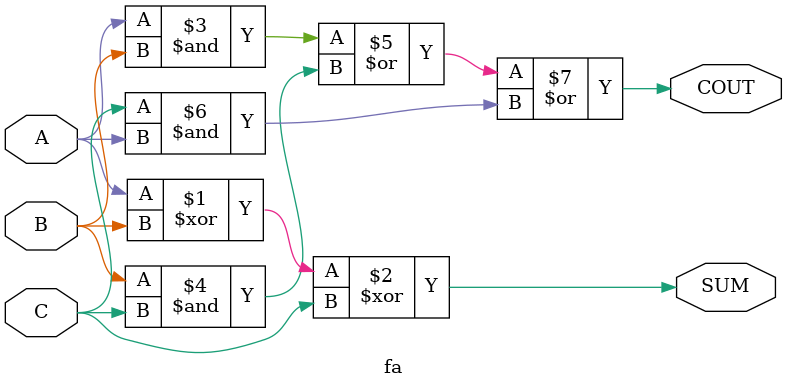
<source format=v>
module fa(A,B,C,SUM,COUT);
input A,B,C;
output SUM,COUT;
assign SUM=A^B^C;
assign COUT=(A&B)|(B&C)|(C&A);
endmodule

</source>
